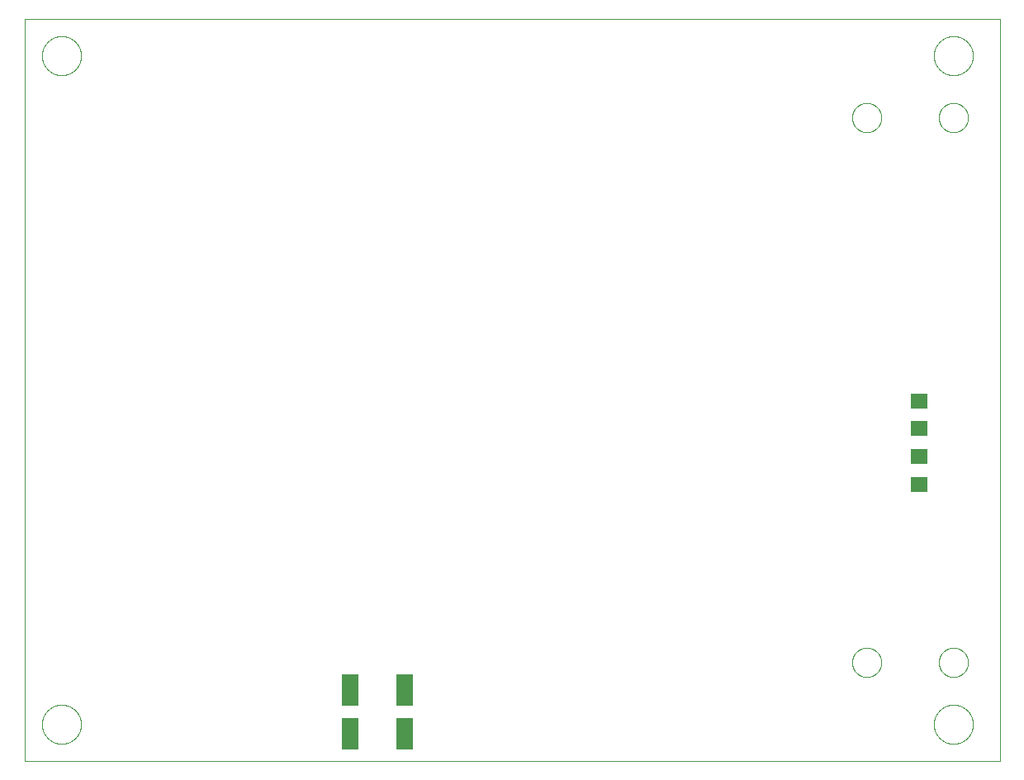
<source format=gbp>
G75*
%MOIN*%
%OFA0B0*%
%FSLAX25Y25*%
%IPPOS*%
%LPD*%
%AMOC8*
5,1,8,0,0,1.08239X$1,22.5*
%
%ADD10C,0.00000*%
%ADD11R,0.07087X0.12598*%
%ADD12R,0.07098X0.06299*%
D10*
X0014325Y0003000D02*
X0014325Y0302961D01*
X0408026Y0302961D01*
X0408026Y0003000D01*
X0014325Y0003000D01*
X0021451Y0018000D02*
X0021453Y0018193D01*
X0021460Y0018386D01*
X0021472Y0018579D01*
X0021489Y0018772D01*
X0021510Y0018964D01*
X0021536Y0019155D01*
X0021567Y0019346D01*
X0021602Y0019536D01*
X0021642Y0019725D01*
X0021687Y0019913D01*
X0021736Y0020100D01*
X0021790Y0020286D01*
X0021848Y0020470D01*
X0021911Y0020653D01*
X0021979Y0020834D01*
X0022050Y0021013D01*
X0022127Y0021191D01*
X0022207Y0021367D01*
X0022292Y0021540D01*
X0022381Y0021712D01*
X0022474Y0021881D01*
X0022571Y0022048D01*
X0022673Y0022213D01*
X0022778Y0022375D01*
X0022887Y0022534D01*
X0023001Y0022691D01*
X0023118Y0022844D01*
X0023238Y0022995D01*
X0023363Y0023143D01*
X0023491Y0023288D01*
X0023622Y0023429D01*
X0023757Y0023568D01*
X0023896Y0023703D01*
X0024037Y0023834D01*
X0024182Y0023962D01*
X0024330Y0024087D01*
X0024481Y0024207D01*
X0024634Y0024324D01*
X0024791Y0024438D01*
X0024950Y0024547D01*
X0025112Y0024652D01*
X0025277Y0024754D01*
X0025444Y0024851D01*
X0025613Y0024944D01*
X0025785Y0025033D01*
X0025958Y0025118D01*
X0026134Y0025198D01*
X0026312Y0025275D01*
X0026491Y0025346D01*
X0026672Y0025414D01*
X0026855Y0025477D01*
X0027039Y0025535D01*
X0027225Y0025589D01*
X0027412Y0025638D01*
X0027600Y0025683D01*
X0027789Y0025723D01*
X0027979Y0025758D01*
X0028170Y0025789D01*
X0028361Y0025815D01*
X0028553Y0025836D01*
X0028746Y0025853D01*
X0028939Y0025865D01*
X0029132Y0025872D01*
X0029325Y0025874D01*
X0029518Y0025872D01*
X0029711Y0025865D01*
X0029904Y0025853D01*
X0030097Y0025836D01*
X0030289Y0025815D01*
X0030480Y0025789D01*
X0030671Y0025758D01*
X0030861Y0025723D01*
X0031050Y0025683D01*
X0031238Y0025638D01*
X0031425Y0025589D01*
X0031611Y0025535D01*
X0031795Y0025477D01*
X0031978Y0025414D01*
X0032159Y0025346D01*
X0032338Y0025275D01*
X0032516Y0025198D01*
X0032692Y0025118D01*
X0032865Y0025033D01*
X0033037Y0024944D01*
X0033206Y0024851D01*
X0033373Y0024754D01*
X0033538Y0024652D01*
X0033700Y0024547D01*
X0033859Y0024438D01*
X0034016Y0024324D01*
X0034169Y0024207D01*
X0034320Y0024087D01*
X0034468Y0023962D01*
X0034613Y0023834D01*
X0034754Y0023703D01*
X0034893Y0023568D01*
X0035028Y0023429D01*
X0035159Y0023288D01*
X0035287Y0023143D01*
X0035412Y0022995D01*
X0035532Y0022844D01*
X0035649Y0022691D01*
X0035763Y0022534D01*
X0035872Y0022375D01*
X0035977Y0022213D01*
X0036079Y0022048D01*
X0036176Y0021881D01*
X0036269Y0021712D01*
X0036358Y0021540D01*
X0036443Y0021367D01*
X0036523Y0021191D01*
X0036600Y0021013D01*
X0036671Y0020834D01*
X0036739Y0020653D01*
X0036802Y0020470D01*
X0036860Y0020286D01*
X0036914Y0020100D01*
X0036963Y0019913D01*
X0037008Y0019725D01*
X0037048Y0019536D01*
X0037083Y0019346D01*
X0037114Y0019155D01*
X0037140Y0018964D01*
X0037161Y0018772D01*
X0037178Y0018579D01*
X0037190Y0018386D01*
X0037197Y0018193D01*
X0037199Y0018000D01*
X0037197Y0017807D01*
X0037190Y0017614D01*
X0037178Y0017421D01*
X0037161Y0017228D01*
X0037140Y0017036D01*
X0037114Y0016845D01*
X0037083Y0016654D01*
X0037048Y0016464D01*
X0037008Y0016275D01*
X0036963Y0016087D01*
X0036914Y0015900D01*
X0036860Y0015714D01*
X0036802Y0015530D01*
X0036739Y0015347D01*
X0036671Y0015166D01*
X0036600Y0014987D01*
X0036523Y0014809D01*
X0036443Y0014633D01*
X0036358Y0014460D01*
X0036269Y0014288D01*
X0036176Y0014119D01*
X0036079Y0013952D01*
X0035977Y0013787D01*
X0035872Y0013625D01*
X0035763Y0013466D01*
X0035649Y0013309D01*
X0035532Y0013156D01*
X0035412Y0013005D01*
X0035287Y0012857D01*
X0035159Y0012712D01*
X0035028Y0012571D01*
X0034893Y0012432D01*
X0034754Y0012297D01*
X0034613Y0012166D01*
X0034468Y0012038D01*
X0034320Y0011913D01*
X0034169Y0011793D01*
X0034016Y0011676D01*
X0033859Y0011562D01*
X0033700Y0011453D01*
X0033538Y0011348D01*
X0033373Y0011246D01*
X0033206Y0011149D01*
X0033037Y0011056D01*
X0032865Y0010967D01*
X0032692Y0010882D01*
X0032516Y0010802D01*
X0032338Y0010725D01*
X0032159Y0010654D01*
X0031978Y0010586D01*
X0031795Y0010523D01*
X0031611Y0010465D01*
X0031425Y0010411D01*
X0031238Y0010362D01*
X0031050Y0010317D01*
X0030861Y0010277D01*
X0030671Y0010242D01*
X0030480Y0010211D01*
X0030289Y0010185D01*
X0030097Y0010164D01*
X0029904Y0010147D01*
X0029711Y0010135D01*
X0029518Y0010128D01*
X0029325Y0010126D01*
X0029132Y0010128D01*
X0028939Y0010135D01*
X0028746Y0010147D01*
X0028553Y0010164D01*
X0028361Y0010185D01*
X0028170Y0010211D01*
X0027979Y0010242D01*
X0027789Y0010277D01*
X0027600Y0010317D01*
X0027412Y0010362D01*
X0027225Y0010411D01*
X0027039Y0010465D01*
X0026855Y0010523D01*
X0026672Y0010586D01*
X0026491Y0010654D01*
X0026312Y0010725D01*
X0026134Y0010802D01*
X0025958Y0010882D01*
X0025785Y0010967D01*
X0025613Y0011056D01*
X0025444Y0011149D01*
X0025277Y0011246D01*
X0025112Y0011348D01*
X0024950Y0011453D01*
X0024791Y0011562D01*
X0024634Y0011676D01*
X0024481Y0011793D01*
X0024330Y0011913D01*
X0024182Y0012038D01*
X0024037Y0012166D01*
X0023896Y0012297D01*
X0023757Y0012432D01*
X0023622Y0012571D01*
X0023491Y0012712D01*
X0023363Y0012857D01*
X0023238Y0013005D01*
X0023118Y0013156D01*
X0023001Y0013309D01*
X0022887Y0013466D01*
X0022778Y0013625D01*
X0022673Y0013787D01*
X0022571Y0013952D01*
X0022474Y0014119D01*
X0022381Y0014288D01*
X0022292Y0014460D01*
X0022207Y0014633D01*
X0022127Y0014809D01*
X0022050Y0014987D01*
X0021979Y0015166D01*
X0021911Y0015347D01*
X0021848Y0015530D01*
X0021790Y0015714D01*
X0021736Y0015900D01*
X0021687Y0016087D01*
X0021642Y0016275D01*
X0021602Y0016464D01*
X0021567Y0016654D01*
X0021536Y0016845D01*
X0021510Y0017036D01*
X0021489Y0017228D01*
X0021472Y0017421D01*
X0021460Y0017614D01*
X0021453Y0017807D01*
X0021451Y0018000D01*
X0348419Y0043000D02*
X0348421Y0043153D01*
X0348427Y0043307D01*
X0348437Y0043460D01*
X0348451Y0043612D01*
X0348469Y0043765D01*
X0348491Y0043916D01*
X0348516Y0044067D01*
X0348546Y0044218D01*
X0348580Y0044368D01*
X0348617Y0044516D01*
X0348658Y0044664D01*
X0348703Y0044810D01*
X0348752Y0044956D01*
X0348805Y0045100D01*
X0348861Y0045242D01*
X0348921Y0045383D01*
X0348985Y0045523D01*
X0349052Y0045661D01*
X0349123Y0045797D01*
X0349198Y0045931D01*
X0349275Y0046063D01*
X0349357Y0046193D01*
X0349441Y0046321D01*
X0349529Y0046447D01*
X0349620Y0046570D01*
X0349714Y0046691D01*
X0349812Y0046809D01*
X0349912Y0046925D01*
X0350016Y0047038D01*
X0350122Y0047149D01*
X0350231Y0047257D01*
X0350343Y0047362D01*
X0350457Y0047463D01*
X0350575Y0047562D01*
X0350694Y0047658D01*
X0350816Y0047751D01*
X0350941Y0047840D01*
X0351068Y0047927D01*
X0351197Y0048009D01*
X0351328Y0048089D01*
X0351461Y0048165D01*
X0351596Y0048238D01*
X0351733Y0048307D01*
X0351872Y0048372D01*
X0352012Y0048434D01*
X0352154Y0048492D01*
X0352297Y0048547D01*
X0352442Y0048598D01*
X0352588Y0048645D01*
X0352735Y0048688D01*
X0352883Y0048727D01*
X0353032Y0048763D01*
X0353182Y0048794D01*
X0353333Y0048822D01*
X0353484Y0048846D01*
X0353637Y0048866D01*
X0353789Y0048882D01*
X0353942Y0048894D01*
X0354095Y0048902D01*
X0354248Y0048906D01*
X0354402Y0048906D01*
X0354555Y0048902D01*
X0354708Y0048894D01*
X0354861Y0048882D01*
X0355013Y0048866D01*
X0355166Y0048846D01*
X0355317Y0048822D01*
X0355468Y0048794D01*
X0355618Y0048763D01*
X0355767Y0048727D01*
X0355915Y0048688D01*
X0356062Y0048645D01*
X0356208Y0048598D01*
X0356353Y0048547D01*
X0356496Y0048492D01*
X0356638Y0048434D01*
X0356778Y0048372D01*
X0356917Y0048307D01*
X0357054Y0048238D01*
X0357189Y0048165D01*
X0357322Y0048089D01*
X0357453Y0048009D01*
X0357582Y0047927D01*
X0357709Y0047840D01*
X0357834Y0047751D01*
X0357956Y0047658D01*
X0358075Y0047562D01*
X0358193Y0047463D01*
X0358307Y0047362D01*
X0358419Y0047257D01*
X0358528Y0047149D01*
X0358634Y0047038D01*
X0358738Y0046925D01*
X0358838Y0046809D01*
X0358936Y0046691D01*
X0359030Y0046570D01*
X0359121Y0046447D01*
X0359209Y0046321D01*
X0359293Y0046193D01*
X0359375Y0046063D01*
X0359452Y0045931D01*
X0359527Y0045797D01*
X0359598Y0045661D01*
X0359665Y0045523D01*
X0359729Y0045383D01*
X0359789Y0045242D01*
X0359845Y0045100D01*
X0359898Y0044956D01*
X0359947Y0044810D01*
X0359992Y0044664D01*
X0360033Y0044516D01*
X0360070Y0044368D01*
X0360104Y0044218D01*
X0360134Y0044067D01*
X0360159Y0043916D01*
X0360181Y0043765D01*
X0360199Y0043612D01*
X0360213Y0043460D01*
X0360223Y0043307D01*
X0360229Y0043153D01*
X0360231Y0043000D01*
X0360229Y0042847D01*
X0360223Y0042693D01*
X0360213Y0042540D01*
X0360199Y0042388D01*
X0360181Y0042235D01*
X0360159Y0042084D01*
X0360134Y0041933D01*
X0360104Y0041782D01*
X0360070Y0041632D01*
X0360033Y0041484D01*
X0359992Y0041336D01*
X0359947Y0041190D01*
X0359898Y0041044D01*
X0359845Y0040900D01*
X0359789Y0040758D01*
X0359729Y0040617D01*
X0359665Y0040477D01*
X0359598Y0040339D01*
X0359527Y0040203D01*
X0359452Y0040069D01*
X0359375Y0039937D01*
X0359293Y0039807D01*
X0359209Y0039679D01*
X0359121Y0039553D01*
X0359030Y0039430D01*
X0358936Y0039309D01*
X0358838Y0039191D01*
X0358738Y0039075D01*
X0358634Y0038962D01*
X0358528Y0038851D01*
X0358419Y0038743D01*
X0358307Y0038638D01*
X0358193Y0038537D01*
X0358075Y0038438D01*
X0357956Y0038342D01*
X0357834Y0038249D01*
X0357709Y0038160D01*
X0357582Y0038073D01*
X0357453Y0037991D01*
X0357322Y0037911D01*
X0357189Y0037835D01*
X0357054Y0037762D01*
X0356917Y0037693D01*
X0356778Y0037628D01*
X0356638Y0037566D01*
X0356496Y0037508D01*
X0356353Y0037453D01*
X0356208Y0037402D01*
X0356062Y0037355D01*
X0355915Y0037312D01*
X0355767Y0037273D01*
X0355618Y0037237D01*
X0355468Y0037206D01*
X0355317Y0037178D01*
X0355166Y0037154D01*
X0355013Y0037134D01*
X0354861Y0037118D01*
X0354708Y0037106D01*
X0354555Y0037098D01*
X0354402Y0037094D01*
X0354248Y0037094D01*
X0354095Y0037098D01*
X0353942Y0037106D01*
X0353789Y0037118D01*
X0353637Y0037134D01*
X0353484Y0037154D01*
X0353333Y0037178D01*
X0353182Y0037206D01*
X0353032Y0037237D01*
X0352883Y0037273D01*
X0352735Y0037312D01*
X0352588Y0037355D01*
X0352442Y0037402D01*
X0352297Y0037453D01*
X0352154Y0037508D01*
X0352012Y0037566D01*
X0351872Y0037628D01*
X0351733Y0037693D01*
X0351596Y0037762D01*
X0351461Y0037835D01*
X0351328Y0037911D01*
X0351197Y0037991D01*
X0351068Y0038073D01*
X0350941Y0038160D01*
X0350816Y0038249D01*
X0350694Y0038342D01*
X0350575Y0038438D01*
X0350457Y0038537D01*
X0350343Y0038638D01*
X0350231Y0038743D01*
X0350122Y0038851D01*
X0350016Y0038962D01*
X0349912Y0039075D01*
X0349812Y0039191D01*
X0349714Y0039309D01*
X0349620Y0039430D01*
X0349529Y0039553D01*
X0349441Y0039679D01*
X0349357Y0039807D01*
X0349275Y0039937D01*
X0349198Y0040069D01*
X0349123Y0040203D01*
X0349052Y0040339D01*
X0348985Y0040477D01*
X0348921Y0040617D01*
X0348861Y0040758D01*
X0348805Y0040900D01*
X0348752Y0041044D01*
X0348703Y0041190D01*
X0348658Y0041336D01*
X0348617Y0041484D01*
X0348580Y0041632D01*
X0348546Y0041782D01*
X0348516Y0041933D01*
X0348491Y0042084D01*
X0348469Y0042235D01*
X0348451Y0042388D01*
X0348437Y0042540D01*
X0348427Y0042693D01*
X0348421Y0042847D01*
X0348419Y0043000D01*
X0383419Y0043000D02*
X0383421Y0043153D01*
X0383427Y0043307D01*
X0383437Y0043460D01*
X0383451Y0043612D01*
X0383469Y0043765D01*
X0383491Y0043916D01*
X0383516Y0044067D01*
X0383546Y0044218D01*
X0383580Y0044368D01*
X0383617Y0044516D01*
X0383658Y0044664D01*
X0383703Y0044810D01*
X0383752Y0044956D01*
X0383805Y0045100D01*
X0383861Y0045242D01*
X0383921Y0045383D01*
X0383985Y0045523D01*
X0384052Y0045661D01*
X0384123Y0045797D01*
X0384198Y0045931D01*
X0384275Y0046063D01*
X0384357Y0046193D01*
X0384441Y0046321D01*
X0384529Y0046447D01*
X0384620Y0046570D01*
X0384714Y0046691D01*
X0384812Y0046809D01*
X0384912Y0046925D01*
X0385016Y0047038D01*
X0385122Y0047149D01*
X0385231Y0047257D01*
X0385343Y0047362D01*
X0385457Y0047463D01*
X0385575Y0047562D01*
X0385694Y0047658D01*
X0385816Y0047751D01*
X0385941Y0047840D01*
X0386068Y0047927D01*
X0386197Y0048009D01*
X0386328Y0048089D01*
X0386461Y0048165D01*
X0386596Y0048238D01*
X0386733Y0048307D01*
X0386872Y0048372D01*
X0387012Y0048434D01*
X0387154Y0048492D01*
X0387297Y0048547D01*
X0387442Y0048598D01*
X0387588Y0048645D01*
X0387735Y0048688D01*
X0387883Y0048727D01*
X0388032Y0048763D01*
X0388182Y0048794D01*
X0388333Y0048822D01*
X0388484Y0048846D01*
X0388637Y0048866D01*
X0388789Y0048882D01*
X0388942Y0048894D01*
X0389095Y0048902D01*
X0389248Y0048906D01*
X0389402Y0048906D01*
X0389555Y0048902D01*
X0389708Y0048894D01*
X0389861Y0048882D01*
X0390013Y0048866D01*
X0390166Y0048846D01*
X0390317Y0048822D01*
X0390468Y0048794D01*
X0390618Y0048763D01*
X0390767Y0048727D01*
X0390915Y0048688D01*
X0391062Y0048645D01*
X0391208Y0048598D01*
X0391353Y0048547D01*
X0391496Y0048492D01*
X0391638Y0048434D01*
X0391778Y0048372D01*
X0391917Y0048307D01*
X0392054Y0048238D01*
X0392189Y0048165D01*
X0392322Y0048089D01*
X0392453Y0048009D01*
X0392582Y0047927D01*
X0392709Y0047840D01*
X0392834Y0047751D01*
X0392956Y0047658D01*
X0393075Y0047562D01*
X0393193Y0047463D01*
X0393307Y0047362D01*
X0393419Y0047257D01*
X0393528Y0047149D01*
X0393634Y0047038D01*
X0393738Y0046925D01*
X0393838Y0046809D01*
X0393936Y0046691D01*
X0394030Y0046570D01*
X0394121Y0046447D01*
X0394209Y0046321D01*
X0394293Y0046193D01*
X0394375Y0046063D01*
X0394452Y0045931D01*
X0394527Y0045797D01*
X0394598Y0045661D01*
X0394665Y0045523D01*
X0394729Y0045383D01*
X0394789Y0045242D01*
X0394845Y0045100D01*
X0394898Y0044956D01*
X0394947Y0044810D01*
X0394992Y0044664D01*
X0395033Y0044516D01*
X0395070Y0044368D01*
X0395104Y0044218D01*
X0395134Y0044067D01*
X0395159Y0043916D01*
X0395181Y0043765D01*
X0395199Y0043612D01*
X0395213Y0043460D01*
X0395223Y0043307D01*
X0395229Y0043153D01*
X0395231Y0043000D01*
X0395229Y0042847D01*
X0395223Y0042693D01*
X0395213Y0042540D01*
X0395199Y0042388D01*
X0395181Y0042235D01*
X0395159Y0042084D01*
X0395134Y0041933D01*
X0395104Y0041782D01*
X0395070Y0041632D01*
X0395033Y0041484D01*
X0394992Y0041336D01*
X0394947Y0041190D01*
X0394898Y0041044D01*
X0394845Y0040900D01*
X0394789Y0040758D01*
X0394729Y0040617D01*
X0394665Y0040477D01*
X0394598Y0040339D01*
X0394527Y0040203D01*
X0394452Y0040069D01*
X0394375Y0039937D01*
X0394293Y0039807D01*
X0394209Y0039679D01*
X0394121Y0039553D01*
X0394030Y0039430D01*
X0393936Y0039309D01*
X0393838Y0039191D01*
X0393738Y0039075D01*
X0393634Y0038962D01*
X0393528Y0038851D01*
X0393419Y0038743D01*
X0393307Y0038638D01*
X0393193Y0038537D01*
X0393075Y0038438D01*
X0392956Y0038342D01*
X0392834Y0038249D01*
X0392709Y0038160D01*
X0392582Y0038073D01*
X0392453Y0037991D01*
X0392322Y0037911D01*
X0392189Y0037835D01*
X0392054Y0037762D01*
X0391917Y0037693D01*
X0391778Y0037628D01*
X0391638Y0037566D01*
X0391496Y0037508D01*
X0391353Y0037453D01*
X0391208Y0037402D01*
X0391062Y0037355D01*
X0390915Y0037312D01*
X0390767Y0037273D01*
X0390618Y0037237D01*
X0390468Y0037206D01*
X0390317Y0037178D01*
X0390166Y0037154D01*
X0390013Y0037134D01*
X0389861Y0037118D01*
X0389708Y0037106D01*
X0389555Y0037098D01*
X0389402Y0037094D01*
X0389248Y0037094D01*
X0389095Y0037098D01*
X0388942Y0037106D01*
X0388789Y0037118D01*
X0388637Y0037134D01*
X0388484Y0037154D01*
X0388333Y0037178D01*
X0388182Y0037206D01*
X0388032Y0037237D01*
X0387883Y0037273D01*
X0387735Y0037312D01*
X0387588Y0037355D01*
X0387442Y0037402D01*
X0387297Y0037453D01*
X0387154Y0037508D01*
X0387012Y0037566D01*
X0386872Y0037628D01*
X0386733Y0037693D01*
X0386596Y0037762D01*
X0386461Y0037835D01*
X0386328Y0037911D01*
X0386197Y0037991D01*
X0386068Y0038073D01*
X0385941Y0038160D01*
X0385816Y0038249D01*
X0385694Y0038342D01*
X0385575Y0038438D01*
X0385457Y0038537D01*
X0385343Y0038638D01*
X0385231Y0038743D01*
X0385122Y0038851D01*
X0385016Y0038962D01*
X0384912Y0039075D01*
X0384812Y0039191D01*
X0384714Y0039309D01*
X0384620Y0039430D01*
X0384529Y0039553D01*
X0384441Y0039679D01*
X0384357Y0039807D01*
X0384275Y0039937D01*
X0384198Y0040069D01*
X0384123Y0040203D01*
X0384052Y0040339D01*
X0383985Y0040477D01*
X0383921Y0040617D01*
X0383861Y0040758D01*
X0383805Y0040900D01*
X0383752Y0041044D01*
X0383703Y0041190D01*
X0383658Y0041336D01*
X0383617Y0041484D01*
X0383580Y0041632D01*
X0383546Y0041782D01*
X0383516Y0041933D01*
X0383491Y0042084D01*
X0383469Y0042235D01*
X0383451Y0042388D01*
X0383437Y0042540D01*
X0383427Y0042693D01*
X0383421Y0042847D01*
X0383419Y0043000D01*
X0381451Y0018000D02*
X0381453Y0018193D01*
X0381460Y0018386D01*
X0381472Y0018579D01*
X0381489Y0018772D01*
X0381510Y0018964D01*
X0381536Y0019155D01*
X0381567Y0019346D01*
X0381602Y0019536D01*
X0381642Y0019725D01*
X0381687Y0019913D01*
X0381736Y0020100D01*
X0381790Y0020286D01*
X0381848Y0020470D01*
X0381911Y0020653D01*
X0381979Y0020834D01*
X0382050Y0021013D01*
X0382127Y0021191D01*
X0382207Y0021367D01*
X0382292Y0021540D01*
X0382381Y0021712D01*
X0382474Y0021881D01*
X0382571Y0022048D01*
X0382673Y0022213D01*
X0382778Y0022375D01*
X0382887Y0022534D01*
X0383001Y0022691D01*
X0383118Y0022844D01*
X0383238Y0022995D01*
X0383363Y0023143D01*
X0383491Y0023288D01*
X0383622Y0023429D01*
X0383757Y0023568D01*
X0383896Y0023703D01*
X0384037Y0023834D01*
X0384182Y0023962D01*
X0384330Y0024087D01*
X0384481Y0024207D01*
X0384634Y0024324D01*
X0384791Y0024438D01*
X0384950Y0024547D01*
X0385112Y0024652D01*
X0385277Y0024754D01*
X0385444Y0024851D01*
X0385613Y0024944D01*
X0385785Y0025033D01*
X0385958Y0025118D01*
X0386134Y0025198D01*
X0386312Y0025275D01*
X0386491Y0025346D01*
X0386672Y0025414D01*
X0386855Y0025477D01*
X0387039Y0025535D01*
X0387225Y0025589D01*
X0387412Y0025638D01*
X0387600Y0025683D01*
X0387789Y0025723D01*
X0387979Y0025758D01*
X0388170Y0025789D01*
X0388361Y0025815D01*
X0388553Y0025836D01*
X0388746Y0025853D01*
X0388939Y0025865D01*
X0389132Y0025872D01*
X0389325Y0025874D01*
X0389518Y0025872D01*
X0389711Y0025865D01*
X0389904Y0025853D01*
X0390097Y0025836D01*
X0390289Y0025815D01*
X0390480Y0025789D01*
X0390671Y0025758D01*
X0390861Y0025723D01*
X0391050Y0025683D01*
X0391238Y0025638D01*
X0391425Y0025589D01*
X0391611Y0025535D01*
X0391795Y0025477D01*
X0391978Y0025414D01*
X0392159Y0025346D01*
X0392338Y0025275D01*
X0392516Y0025198D01*
X0392692Y0025118D01*
X0392865Y0025033D01*
X0393037Y0024944D01*
X0393206Y0024851D01*
X0393373Y0024754D01*
X0393538Y0024652D01*
X0393700Y0024547D01*
X0393859Y0024438D01*
X0394016Y0024324D01*
X0394169Y0024207D01*
X0394320Y0024087D01*
X0394468Y0023962D01*
X0394613Y0023834D01*
X0394754Y0023703D01*
X0394893Y0023568D01*
X0395028Y0023429D01*
X0395159Y0023288D01*
X0395287Y0023143D01*
X0395412Y0022995D01*
X0395532Y0022844D01*
X0395649Y0022691D01*
X0395763Y0022534D01*
X0395872Y0022375D01*
X0395977Y0022213D01*
X0396079Y0022048D01*
X0396176Y0021881D01*
X0396269Y0021712D01*
X0396358Y0021540D01*
X0396443Y0021367D01*
X0396523Y0021191D01*
X0396600Y0021013D01*
X0396671Y0020834D01*
X0396739Y0020653D01*
X0396802Y0020470D01*
X0396860Y0020286D01*
X0396914Y0020100D01*
X0396963Y0019913D01*
X0397008Y0019725D01*
X0397048Y0019536D01*
X0397083Y0019346D01*
X0397114Y0019155D01*
X0397140Y0018964D01*
X0397161Y0018772D01*
X0397178Y0018579D01*
X0397190Y0018386D01*
X0397197Y0018193D01*
X0397199Y0018000D01*
X0397197Y0017807D01*
X0397190Y0017614D01*
X0397178Y0017421D01*
X0397161Y0017228D01*
X0397140Y0017036D01*
X0397114Y0016845D01*
X0397083Y0016654D01*
X0397048Y0016464D01*
X0397008Y0016275D01*
X0396963Y0016087D01*
X0396914Y0015900D01*
X0396860Y0015714D01*
X0396802Y0015530D01*
X0396739Y0015347D01*
X0396671Y0015166D01*
X0396600Y0014987D01*
X0396523Y0014809D01*
X0396443Y0014633D01*
X0396358Y0014460D01*
X0396269Y0014288D01*
X0396176Y0014119D01*
X0396079Y0013952D01*
X0395977Y0013787D01*
X0395872Y0013625D01*
X0395763Y0013466D01*
X0395649Y0013309D01*
X0395532Y0013156D01*
X0395412Y0013005D01*
X0395287Y0012857D01*
X0395159Y0012712D01*
X0395028Y0012571D01*
X0394893Y0012432D01*
X0394754Y0012297D01*
X0394613Y0012166D01*
X0394468Y0012038D01*
X0394320Y0011913D01*
X0394169Y0011793D01*
X0394016Y0011676D01*
X0393859Y0011562D01*
X0393700Y0011453D01*
X0393538Y0011348D01*
X0393373Y0011246D01*
X0393206Y0011149D01*
X0393037Y0011056D01*
X0392865Y0010967D01*
X0392692Y0010882D01*
X0392516Y0010802D01*
X0392338Y0010725D01*
X0392159Y0010654D01*
X0391978Y0010586D01*
X0391795Y0010523D01*
X0391611Y0010465D01*
X0391425Y0010411D01*
X0391238Y0010362D01*
X0391050Y0010317D01*
X0390861Y0010277D01*
X0390671Y0010242D01*
X0390480Y0010211D01*
X0390289Y0010185D01*
X0390097Y0010164D01*
X0389904Y0010147D01*
X0389711Y0010135D01*
X0389518Y0010128D01*
X0389325Y0010126D01*
X0389132Y0010128D01*
X0388939Y0010135D01*
X0388746Y0010147D01*
X0388553Y0010164D01*
X0388361Y0010185D01*
X0388170Y0010211D01*
X0387979Y0010242D01*
X0387789Y0010277D01*
X0387600Y0010317D01*
X0387412Y0010362D01*
X0387225Y0010411D01*
X0387039Y0010465D01*
X0386855Y0010523D01*
X0386672Y0010586D01*
X0386491Y0010654D01*
X0386312Y0010725D01*
X0386134Y0010802D01*
X0385958Y0010882D01*
X0385785Y0010967D01*
X0385613Y0011056D01*
X0385444Y0011149D01*
X0385277Y0011246D01*
X0385112Y0011348D01*
X0384950Y0011453D01*
X0384791Y0011562D01*
X0384634Y0011676D01*
X0384481Y0011793D01*
X0384330Y0011913D01*
X0384182Y0012038D01*
X0384037Y0012166D01*
X0383896Y0012297D01*
X0383757Y0012432D01*
X0383622Y0012571D01*
X0383491Y0012712D01*
X0383363Y0012857D01*
X0383238Y0013005D01*
X0383118Y0013156D01*
X0383001Y0013309D01*
X0382887Y0013466D01*
X0382778Y0013625D01*
X0382673Y0013787D01*
X0382571Y0013952D01*
X0382474Y0014119D01*
X0382381Y0014288D01*
X0382292Y0014460D01*
X0382207Y0014633D01*
X0382127Y0014809D01*
X0382050Y0014987D01*
X0381979Y0015166D01*
X0381911Y0015347D01*
X0381848Y0015530D01*
X0381790Y0015714D01*
X0381736Y0015900D01*
X0381687Y0016087D01*
X0381642Y0016275D01*
X0381602Y0016464D01*
X0381567Y0016654D01*
X0381536Y0016845D01*
X0381510Y0017036D01*
X0381489Y0017228D01*
X0381472Y0017421D01*
X0381460Y0017614D01*
X0381453Y0017807D01*
X0381451Y0018000D01*
X0383419Y0263000D02*
X0383421Y0263153D01*
X0383427Y0263307D01*
X0383437Y0263460D01*
X0383451Y0263612D01*
X0383469Y0263765D01*
X0383491Y0263916D01*
X0383516Y0264067D01*
X0383546Y0264218D01*
X0383580Y0264368D01*
X0383617Y0264516D01*
X0383658Y0264664D01*
X0383703Y0264810D01*
X0383752Y0264956D01*
X0383805Y0265100D01*
X0383861Y0265242D01*
X0383921Y0265383D01*
X0383985Y0265523D01*
X0384052Y0265661D01*
X0384123Y0265797D01*
X0384198Y0265931D01*
X0384275Y0266063D01*
X0384357Y0266193D01*
X0384441Y0266321D01*
X0384529Y0266447D01*
X0384620Y0266570D01*
X0384714Y0266691D01*
X0384812Y0266809D01*
X0384912Y0266925D01*
X0385016Y0267038D01*
X0385122Y0267149D01*
X0385231Y0267257D01*
X0385343Y0267362D01*
X0385457Y0267463D01*
X0385575Y0267562D01*
X0385694Y0267658D01*
X0385816Y0267751D01*
X0385941Y0267840D01*
X0386068Y0267927D01*
X0386197Y0268009D01*
X0386328Y0268089D01*
X0386461Y0268165D01*
X0386596Y0268238D01*
X0386733Y0268307D01*
X0386872Y0268372D01*
X0387012Y0268434D01*
X0387154Y0268492D01*
X0387297Y0268547D01*
X0387442Y0268598D01*
X0387588Y0268645D01*
X0387735Y0268688D01*
X0387883Y0268727D01*
X0388032Y0268763D01*
X0388182Y0268794D01*
X0388333Y0268822D01*
X0388484Y0268846D01*
X0388637Y0268866D01*
X0388789Y0268882D01*
X0388942Y0268894D01*
X0389095Y0268902D01*
X0389248Y0268906D01*
X0389402Y0268906D01*
X0389555Y0268902D01*
X0389708Y0268894D01*
X0389861Y0268882D01*
X0390013Y0268866D01*
X0390166Y0268846D01*
X0390317Y0268822D01*
X0390468Y0268794D01*
X0390618Y0268763D01*
X0390767Y0268727D01*
X0390915Y0268688D01*
X0391062Y0268645D01*
X0391208Y0268598D01*
X0391353Y0268547D01*
X0391496Y0268492D01*
X0391638Y0268434D01*
X0391778Y0268372D01*
X0391917Y0268307D01*
X0392054Y0268238D01*
X0392189Y0268165D01*
X0392322Y0268089D01*
X0392453Y0268009D01*
X0392582Y0267927D01*
X0392709Y0267840D01*
X0392834Y0267751D01*
X0392956Y0267658D01*
X0393075Y0267562D01*
X0393193Y0267463D01*
X0393307Y0267362D01*
X0393419Y0267257D01*
X0393528Y0267149D01*
X0393634Y0267038D01*
X0393738Y0266925D01*
X0393838Y0266809D01*
X0393936Y0266691D01*
X0394030Y0266570D01*
X0394121Y0266447D01*
X0394209Y0266321D01*
X0394293Y0266193D01*
X0394375Y0266063D01*
X0394452Y0265931D01*
X0394527Y0265797D01*
X0394598Y0265661D01*
X0394665Y0265523D01*
X0394729Y0265383D01*
X0394789Y0265242D01*
X0394845Y0265100D01*
X0394898Y0264956D01*
X0394947Y0264810D01*
X0394992Y0264664D01*
X0395033Y0264516D01*
X0395070Y0264368D01*
X0395104Y0264218D01*
X0395134Y0264067D01*
X0395159Y0263916D01*
X0395181Y0263765D01*
X0395199Y0263612D01*
X0395213Y0263460D01*
X0395223Y0263307D01*
X0395229Y0263153D01*
X0395231Y0263000D01*
X0395229Y0262847D01*
X0395223Y0262693D01*
X0395213Y0262540D01*
X0395199Y0262388D01*
X0395181Y0262235D01*
X0395159Y0262084D01*
X0395134Y0261933D01*
X0395104Y0261782D01*
X0395070Y0261632D01*
X0395033Y0261484D01*
X0394992Y0261336D01*
X0394947Y0261190D01*
X0394898Y0261044D01*
X0394845Y0260900D01*
X0394789Y0260758D01*
X0394729Y0260617D01*
X0394665Y0260477D01*
X0394598Y0260339D01*
X0394527Y0260203D01*
X0394452Y0260069D01*
X0394375Y0259937D01*
X0394293Y0259807D01*
X0394209Y0259679D01*
X0394121Y0259553D01*
X0394030Y0259430D01*
X0393936Y0259309D01*
X0393838Y0259191D01*
X0393738Y0259075D01*
X0393634Y0258962D01*
X0393528Y0258851D01*
X0393419Y0258743D01*
X0393307Y0258638D01*
X0393193Y0258537D01*
X0393075Y0258438D01*
X0392956Y0258342D01*
X0392834Y0258249D01*
X0392709Y0258160D01*
X0392582Y0258073D01*
X0392453Y0257991D01*
X0392322Y0257911D01*
X0392189Y0257835D01*
X0392054Y0257762D01*
X0391917Y0257693D01*
X0391778Y0257628D01*
X0391638Y0257566D01*
X0391496Y0257508D01*
X0391353Y0257453D01*
X0391208Y0257402D01*
X0391062Y0257355D01*
X0390915Y0257312D01*
X0390767Y0257273D01*
X0390618Y0257237D01*
X0390468Y0257206D01*
X0390317Y0257178D01*
X0390166Y0257154D01*
X0390013Y0257134D01*
X0389861Y0257118D01*
X0389708Y0257106D01*
X0389555Y0257098D01*
X0389402Y0257094D01*
X0389248Y0257094D01*
X0389095Y0257098D01*
X0388942Y0257106D01*
X0388789Y0257118D01*
X0388637Y0257134D01*
X0388484Y0257154D01*
X0388333Y0257178D01*
X0388182Y0257206D01*
X0388032Y0257237D01*
X0387883Y0257273D01*
X0387735Y0257312D01*
X0387588Y0257355D01*
X0387442Y0257402D01*
X0387297Y0257453D01*
X0387154Y0257508D01*
X0387012Y0257566D01*
X0386872Y0257628D01*
X0386733Y0257693D01*
X0386596Y0257762D01*
X0386461Y0257835D01*
X0386328Y0257911D01*
X0386197Y0257991D01*
X0386068Y0258073D01*
X0385941Y0258160D01*
X0385816Y0258249D01*
X0385694Y0258342D01*
X0385575Y0258438D01*
X0385457Y0258537D01*
X0385343Y0258638D01*
X0385231Y0258743D01*
X0385122Y0258851D01*
X0385016Y0258962D01*
X0384912Y0259075D01*
X0384812Y0259191D01*
X0384714Y0259309D01*
X0384620Y0259430D01*
X0384529Y0259553D01*
X0384441Y0259679D01*
X0384357Y0259807D01*
X0384275Y0259937D01*
X0384198Y0260069D01*
X0384123Y0260203D01*
X0384052Y0260339D01*
X0383985Y0260477D01*
X0383921Y0260617D01*
X0383861Y0260758D01*
X0383805Y0260900D01*
X0383752Y0261044D01*
X0383703Y0261190D01*
X0383658Y0261336D01*
X0383617Y0261484D01*
X0383580Y0261632D01*
X0383546Y0261782D01*
X0383516Y0261933D01*
X0383491Y0262084D01*
X0383469Y0262235D01*
X0383451Y0262388D01*
X0383437Y0262540D01*
X0383427Y0262693D01*
X0383421Y0262847D01*
X0383419Y0263000D01*
X0348419Y0263000D02*
X0348421Y0263153D01*
X0348427Y0263307D01*
X0348437Y0263460D01*
X0348451Y0263612D01*
X0348469Y0263765D01*
X0348491Y0263916D01*
X0348516Y0264067D01*
X0348546Y0264218D01*
X0348580Y0264368D01*
X0348617Y0264516D01*
X0348658Y0264664D01*
X0348703Y0264810D01*
X0348752Y0264956D01*
X0348805Y0265100D01*
X0348861Y0265242D01*
X0348921Y0265383D01*
X0348985Y0265523D01*
X0349052Y0265661D01*
X0349123Y0265797D01*
X0349198Y0265931D01*
X0349275Y0266063D01*
X0349357Y0266193D01*
X0349441Y0266321D01*
X0349529Y0266447D01*
X0349620Y0266570D01*
X0349714Y0266691D01*
X0349812Y0266809D01*
X0349912Y0266925D01*
X0350016Y0267038D01*
X0350122Y0267149D01*
X0350231Y0267257D01*
X0350343Y0267362D01*
X0350457Y0267463D01*
X0350575Y0267562D01*
X0350694Y0267658D01*
X0350816Y0267751D01*
X0350941Y0267840D01*
X0351068Y0267927D01*
X0351197Y0268009D01*
X0351328Y0268089D01*
X0351461Y0268165D01*
X0351596Y0268238D01*
X0351733Y0268307D01*
X0351872Y0268372D01*
X0352012Y0268434D01*
X0352154Y0268492D01*
X0352297Y0268547D01*
X0352442Y0268598D01*
X0352588Y0268645D01*
X0352735Y0268688D01*
X0352883Y0268727D01*
X0353032Y0268763D01*
X0353182Y0268794D01*
X0353333Y0268822D01*
X0353484Y0268846D01*
X0353637Y0268866D01*
X0353789Y0268882D01*
X0353942Y0268894D01*
X0354095Y0268902D01*
X0354248Y0268906D01*
X0354402Y0268906D01*
X0354555Y0268902D01*
X0354708Y0268894D01*
X0354861Y0268882D01*
X0355013Y0268866D01*
X0355166Y0268846D01*
X0355317Y0268822D01*
X0355468Y0268794D01*
X0355618Y0268763D01*
X0355767Y0268727D01*
X0355915Y0268688D01*
X0356062Y0268645D01*
X0356208Y0268598D01*
X0356353Y0268547D01*
X0356496Y0268492D01*
X0356638Y0268434D01*
X0356778Y0268372D01*
X0356917Y0268307D01*
X0357054Y0268238D01*
X0357189Y0268165D01*
X0357322Y0268089D01*
X0357453Y0268009D01*
X0357582Y0267927D01*
X0357709Y0267840D01*
X0357834Y0267751D01*
X0357956Y0267658D01*
X0358075Y0267562D01*
X0358193Y0267463D01*
X0358307Y0267362D01*
X0358419Y0267257D01*
X0358528Y0267149D01*
X0358634Y0267038D01*
X0358738Y0266925D01*
X0358838Y0266809D01*
X0358936Y0266691D01*
X0359030Y0266570D01*
X0359121Y0266447D01*
X0359209Y0266321D01*
X0359293Y0266193D01*
X0359375Y0266063D01*
X0359452Y0265931D01*
X0359527Y0265797D01*
X0359598Y0265661D01*
X0359665Y0265523D01*
X0359729Y0265383D01*
X0359789Y0265242D01*
X0359845Y0265100D01*
X0359898Y0264956D01*
X0359947Y0264810D01*
X0359992Y0264664D01*
X0360033Y0264516D01*
X0360070Y0264368D01*
X0360104Y0264218D01*
X0360134Y0264067D01*
X0360159Y0263916D01*
X0360181Y0263765D01*
X0360199Y0263612D01*
X0360213Y0263460D01*
X0360223Y0263307D01*
X0360229Y0263153D01*
X0360231Y0263000D01*
X0360229Y0262847D01*
X0360223Y0262693D01*
X0360213Y0262540D01*
X0360199Y0262388D01*
X0360181Y0262235D01*
X0360159Y0262084D01*
X0360134Y0261933D01*
X0360104Y0261782D01*
X0360070Y0261632D01*
X0360033Y0261484D01*
X0359992Y0261336D01*
X0359947Y0261190D01*
X0359898Y0261044D01*
X0359845Y0260900D01*
X0359789Y0260758D01*
X0359729Y0260617D01*
X0359665Y0260477D01*
X0359598Y0260339D01*
X0359527Y0260203D01*
X0359452Y0260069D01*
X0359375Y0259937D01*
X0359293Y0259807D01*
X0359209Y0259679D01*
X0359121Y0259553D01*
X0359030Y0259430D01*
X0358936Y0259309D01*
X0358838Y0259191D01*
X0358738Y0259075D01*
X0358634Y0258962D01*
X0358528Y0258851D01*
X0358419Y0258743D01*
X0358307Y0258638D01*
X0358193Y0258537D01*
X0358075Y0258438D01*
X0357956Y0258342D01*
X0357834Y0258249D01*
X0357709Y0258160D01*
X0357582Y0258073D01*
X0357453Y0257991D01*
X0357322Y0257911D01*
X0357189Y0257835D01*
X0357054Y0257762D01*
X0356917Y0257693D01*
X0356778Y0257628D01*
X0356638Y0257566D01*
X0356496Y0257508D01*
X0356353Y0257453D01*
X0356208Y0257402D01*
X0356062Y0257355D01*
X0355915Y0257312D01*
X0355767Y0257273D01*
X0355618Y0257237D01*
X0355468Y0257206D01*
X0355317Y0257178D01*
X0355166Y0257154D01*
X0355013Y0257134D01*
X0354861Y0257118D01*
X0354708Y0257106D01*
X0354555Y0257098D01*
X0354402Y0257094D01*
X0354248Y0257094D01*
X0354095Y0257098D01*
X0353942Y0257106D01*
X0353789Y0257118D01*
X0353637Y0257134D01*
X0353484Y0257154D01*
X0353333Y0257178D01*
X0353182Y0257206D01*
X0353032Y0257237D01*
X0352883Y0257273D01*
X0352735Y0257312D01*
X0352588Y0257355D01*
X0352442Y0257402D01*
X0352297Y0257453D01*
X0352154Y0257508D01*
X0352012Y0257566D01*
X0351872Y0257628D01*
X0351733Y0257693D01*
X0351596Y0257762D01*
X0351461Y0257835D01*
X0351328Y0257911D01*
X0351197Y0257991D01*
X0351068Y0258073D01*
X0350941Y0258160D01*
X0350816Y0258249D01*
X0350694Y0258342D01*
X0350575Y0258438D01*
X0350457Y0258537D01*
X0350343Y0258638D01*
X0350231Y0258743D01*
X0350122Y0258851D01*
X0350016Y0258962D01*
X0349912Y0259075D01*
X0349812Y0259191D01*
X0349714Y0259309D01*
X0349620Y0259430D01*
X0349529Y0259553D01*
X0349441Y0259679D01*
X0349357Y0259807D01*
X0349275Y0259937D01*
X0349198Y0260069D01*
X0349123Y0260203D01*
X0349052Y0260339D01*
X0348985Y0260477D01*
X0348921Y0260617D01*
X0348861Y0260758D01*
X0348805Y0260900D01*
X0348752Y0261044D01*
X0348703Y0261190D01*
X0348658Y0261336D01*
X0348617Y0261484D01*
X0348580Y0261632D01*
X0348546Y0261782D01*
X0348516Y0261933D01*
X0348491Y0262084D01*
X0348469Y0262235D01*
X0348451Y0262388D01*
X0348437Y0262540D01*
X0348427Y0262693D01*
X0348421Y0262847D01*
X0348419Y0263000D01*
X0381451Y0288000D02*
X0381453Y0288193D01*
X0381460Y0288386D01*
X0381472Y0288579D01*
X0381489Y0288772D01*
X0381510Y0288964D01*
X0381536Y0289155D01*
X0381567Y0289346D01*
X0381602Y0289536D01*
X0381642Y0289725D01*
X0381687Y0289913D01*
X0381736Y0290100D01*
X0381790Y0290286D01*
X0381848Y0290470D01*
X0381911Y0290653D01*
X0381979Y0290834D01*
X0382050Y0291013D01*
X0382127Y0291191D01*
X0382207Y0291367D01*
X0382292Y0291540D01*
X0382381Y0291712D01*
X0382474Y0291881D01*
X0382571Y0292048D01*
X0382673Y0292213D01*
X0382778Y0292375D01*
X0382887Y0292534D01*
X0383001Y0292691D01*
X0383118Y0292844D01*
X0383238Y0292995D01*
X0383363Y0293143D01*
X0383491Y0293288D01*
X0383622Y0293429D01*
X0383757Y0293568D01*
X0383896Y0293703D01*
X0384037Y0293834D01*
X0384182Y0293962D01*
X0384330Y0294087D01*
X0384481Y0294207D01*
X0384634Y0294324D01*
X0384791Y0294438D01*
X0384950Y0294547D01*
X0385112Y0294652D01*
X0385277Y0294754D01*
X0385444Y0294851D01*
X0385613Y0294944D01*
X0385785Y0295033D01*
X0385958Y0295118D01*
X0386134Y0295198D01*
X0386312Y0295275D01*
X0386491Y0295346D01*
X0386672Y0295414D01*
X0386855Y0295477D01*
X0387039Y0295535D01*
X0387225Y0295589D01*
X0387412Y0295638D01*
X0387600Y0295683D01*
X0387789Y0295723D01*
X0387979Y0295758D01*
X0388170Y0295789D01*
X0388361Y0295815D01*
X0388553Y0295836D01*
X0388746Y0295853D01*
X0388939Y0295865D01*
X0389132Y0295872D01*
X0389325Y0295874D01*
X0389518Y0295872D01*
X0389711Y0295865D01*
X0389904Y0295853D01*
X0390097Y0295836D01*
X0390289Y0295815D01*
X0390480Y0295789D01*
X0390671Y0295758D01*
X0390861Y0295723D01*
X0391050Y0295683D01*
X0391238Y0295638D01*
X0391425Y0295589D01*
X0391611Y0295535D01*
X0391795Y0295477D01*
X0391978Y0295414D01*
X0392159Y0295346D01*
X0392338Y0295275D01*
X0392516Y0295198D01*
X0392692Y0295118D01*
X0392865Y0295033D01*
X0393037Y0294944D01*
X0393206Y0294851D01*
X0393373Y0294754D01*
X0393538Y0294652D01*
X0393700Y0294547D01*
X0393859Y0294438D01*
X0394016Y0294324D01*
X0394169Y0294207D01*
X0394320Y0294087D01*
X0394468Y0293962D01*
X0394613Y0293834D01*
X0394754Y0293703D01*
X0394893Y0293568D01*
X0395028Y0293429D01*
X0395159Y0293288D01*
X0395287Y0293143D01*
X0395412Y0292995D01*
X0395532Y0292844D01*
X0395649Y0292691D01*
X0395763Y0292534D01*
X0395872Y0292375D01*
X0395977Y0292213D01*
X0396079Y0292048D01*
X0396176Y0291881D01*
X0396269Y0291712D01*
X0396358Y0291540D01*
X0396443Y0291367D01*
X0396523Y0291191D01*
X0396600Y0291013D01*
X0396671Y0290834D01*
X0396739Y0290653D01*
X0396802Y0290470D01*
X0396860Y0290286D01*
X0396914Y0290100D01*
X0396963Y0289913D01*
X0397008Y0289725D01*
X0397048Y0289536D01*
X0397083Y0289346D01*
X0397114Y0289155D01*
X0397140Y0288964D01*
X0397161Y0288772D01*
X0397178Y0288579D01*
X0397190Y0288386D01*
X0397197Y0288193D01*
X0397199Y0288000D01*
X0397197Y0287807D01*
X0397190Y0287614D01*
X0397178Y0287421D01*
X0397161Y0287228D01*
X0397140Y0287036D01*
X0397114Y0286845D01*
X0397083Y0286654D01*
X0397048Y0286464D01*
X0397008Y0286275D01*
X0396963Y0286087D01*
X0396914Y0285900D01*
X0396860Y0285714D01*
X0396802Y0285530D01*
X0396739Y0285347D01*
X0396671Y0285166D01*
X0396600Y0284987D01*
X0396523Y0284809D01*
X0396443Y0284633D01*
X0396358Y0284460D01*
X0396269Y0284288D01*
X0396176Y0284119D01*
X0396079Y0283952D01*
X0395977Y0283787D01*
X0395872Y0283625D01*
X0395763Y0283466D01*
X0395649Y0283309D01*
X0395532Y0283156D01*
X0395412Y0283005D01*
X0395287Y0282857D01*
X0395159Y0282712D01*
X0395028Y0282571D01*
X0394893Y0282432D01*
X0394754Y0282297D01*
X0394613Y0282166D01*
X0394468Y0282038D01*
X0394320Y0281913D01*
X0394169Y0281793D01*
X0394016Y0281676D01*
X0393859Y0281562D01*
X0393700Y0281453D01*
X0393538Y0281348D01*
X0393373Y0281246D01*
X0393206Y0281149D01*
X0393037Y0281056D01*
X0392865Y0280967D01*
X0392692Y0280882D01*
X0392516Y0280802D01*
X0392338Y0280725D01*
X0392159Y0280654D01*
X0391978Y0280586D01*
X0391795Y0280523D01*
X0391611Y0280465D01*
X0391425Y0280411D01*
X0391238Y0280362D01*
X0391050Y0280317D01*
X0390861Y0280277D01*
X0390671Y0280242D01*
X0390480Y0280211D01*
X0390289Y0280185D01*
X0390097Y0280164D01*
X0389904Y0280147D01*
X0389711Y0280135D01*
X0389518Y0280128D01*
X0389325Y0280126D01*
X0389132Y0280128D01*
X0388939Y0280135D01*
X0388746Y0280147D01*
X0388553Y0280164D01*
X0388361Y0280185D01*
X0388170Y0280211D01*
X0387979Y0280242D01*
X0387789Y0280277D01*
X0387600Y0280317D01*
X0387412Y0280362D01*
X0387225Y0280411D01*
X0387039Y0280465D01*
X0386855Y0280523D01*
X0386672Y0280586D01*
X0386491Y0280654D01*
X0386312Y0280725D01*
X0386134Y0280802D01*
X0385958Y0280882D01*
X0385785Y0280967D01*
X0385613Y0281056D01*
X0385444Y0281149D01*
X0385277Y0281246D01*
X0385112Y0281348D01*
X0384950Y0281453D01*
X0384791Y0281562D01*
X0384634Y0281676D01*
X0384481Y0281793D01*
X0384330Y0281913D01*
X0384182Y0282038D01*
X0384037Y0282166D01*
X0383896Y0282297D01*
X0383757Y0282432D01*
X0383622Y0282571D01*
X0383491Y0282712D01*
X0383363Y0282857D01*
X0383238Y0283005D01*
X0383118Y0283156D01*
X0383001Y0283309D01*
X0382887Y0283466D01*
X0382778Y0283625D01*
X0382673Y0283787D01*
X0382571Y0283952D01*
X0382474Y0284119D01*
X0382381Y0284288D01*
X0382292Y0284460D01*
X0382207Y0284633D01*
X0382127Y0284809D01*
X0382050Y0284987D01*
X0381979Y0285166D01*
X0381911Y0285347D01*
X0381848Y0285530D01*
X0381790Y0285714D01*
X0381736Y0285900D01*
X0381687Y0286087D01*
X0381642Y0286275D01*
X0381602Y0286464D01*
X0381567Y0286654D01*
X0381536Y0286845D01*
X0381510Y0287036D01*
X0381489Y0287228D01*
X0381472Y0287421D01*
X0381460Y0287614D01*
X0381453Y0287807D01*
X0381451Y0288000D01*
X0021451Y0288000D02*
X0021453Y0288193D01*
X0021460Y0288386D01*
X0021472Y0288579D01*
X0021489Y0288772D01*
X0021510Y0288964D01*
X0021536Y0289155D01*
X0021567Y0289346D01*
X0021602Y0289536D01*
X0021642Y0289725D01*
X0021687Y0289913D01*
X0021736Y0290100D01*
X0021790Y0290286D01*
X0021848Y0290470D01*
X0021911Y0290653D01*
X0021979Y0290834D01*
X0022050Y0291013D01*
X0022127Y0291191D01*
X0022207Y0291367D01*
X0022292Y0291540D01*
X0022381Y0291712D01*
X0022474Y0291881D01*
X0022571Y0292048D01*
X0022673Y0292213D01*
X0022778Y0292375D01*
X0022887Y0292534D01*
X0023001Y0292691D01*
X0023118Y0292844D01*
X0023238Y0292995D01*
X0023363Y0293143D01*
X0023491Y0293288D01*
X0023622Y0293429D01*
X0023757Y0293568D01*
X0023896Y0293703D01*
X0024037Y0293834D01*
X0024182Y0293962D01*
X0024330Y0294087D01*
X0024481Y0294207D01*
X0024634Y0294324D01*
X0024791Y0294438D01*
X0024950Y0294547D01*
X0025112Y0294652D01*
X0025277Y0294754D01*
X0025444Y0294851D01*
X0025613Y0294944D01*
X0025785Y0295033D01*
X0025958Y0295118D01*
X0026134Y0295198D01*
X0026312Y0295275D01*
X0026491Y0295346D01*
X0026672Y0295414D01*
X0026855Y0295477D01*
X0027039Y0295535D01*
X0027225Y0295589D01*
X0027412Y0295638D01*
X0027600Y0295683D01*
X0027789Y0295723D01*
X0027979Y0295758D01*
X0028170Y0295789D01*
X0028361Y0295815D01*
X0028553Y0295836D01*
X0028746Y0295853D01*
X0028939Y0295865D01*
X0029132Y0295872D01*
X0029325Y0295874D01*
X0029518Y0295872D01*
X0029711Y0295865D01*
X0029904Y0295853D01*
X0030097Y0295836D01*
X0030289Y0295815D01*
X0030480Y0295789D01*
X0030671Y0295758D01*
X0030861Y0295723D01*
X0031050Y0295683D01*
X0031238Y0295638D01*
X0031425Y0295589D01*
X0031611Y0295535D01*
X0031795Y0295477D01*
X0031978Y0295414D01*
X0032159Y0295346D01*
X0032338Y0295275D01*
X0032516Y0295198D01*
X0032692Y0295118D01*
X0032865Y0295033D01*
X0033037Y0294944D01*
X0033206Y0294851D01*
X0033373Y0294754D01*
X0033538Y0294652D01*
X0033700Y0294547D01*
X0033859Y0294438D01*
X0034016Y0294324D01*
X0034169Y0294207D01*
X0034320Y0294087D01*
X0034468Y0293962D01*
X0034613Y0293834D01*
X0034754Y0293703D01*
X0034893Y0293568D01*
X0035028Y0293429D01*
X0035159Y0293288D01*
X0035287Y0293143D01*
X0035412Y0292995D01*
X0035532Y0292844D01*
X0035649Y0292691D01*
X0035763Y0292534D01*
X0035872Y0292375D01*
X0035977Y0292213D01*
X0036079Y0292048D01*
X0036176Y0291881D01*
X0036269Y0291712D01*
X0036358Y0291540D01*
X0036443Y0291367D01*
X0036523Y0291191D01*
X0036600Y0291013D01*
X0036671Y0290834D01*
X0036739Y0290653D01*
X0036802Y0290470D01*
X0036860Y0290286D01*
X0036914Y0290100D01*
X0036963Y0289913D01*
X0037008Y0289725D01*
X0037048Y0289536D01*
X0037083Y0289346D01*
X0037114Y0289155D01*
X0037140Y0288964D01*
X0037161Y0288772D01*
X0037178Y0288579D01*
X0037190Y0288386D01*
X0037197Y0288193D01*
X0037199Y0288000D01*
X0037197Y0287807D01*
X0037190Y0287614D01*
X0037178Y0287421D01*
X0037161Y0287228D01*
X0037140Y0287036D01*
X0037114Y0286845D01*
X0037083Y0286654D01*
X0037048Y0286464D01*
X0037008Y0286275D01*
X0036963Y0286087D01*
X0036914Y0285900D01*
X0036860Y0285714D01*
X0036802Y0285530D01*
X0036739Y0285347D01*
X0036671Y0285166D01*
X0036600Y0284987D01*
X0036523Y0284809D01*
X0036443Y0284633D01*
X0036358Y0284460D01*
X0036269Y0284288D01*
X0036176Y0284119D01*
X0036079Y0283952D01*
X0035977Y0283787D01*
X0035872Y0283625D01*
X0035763Y0283466D01*
X0035649Y0283309D01*
X0035532Y0283156D01*
X0035412Y0283005D01*
X0035287Y0282857D01*
X0035159Y0282712D01*
X0035028Y0282571D01*
X0034893Y0282432D01*
X0034754Y0282297D01*
X0034613Y0282166D01*
X0034468Y0282038D01*
X0034320Y0281913D01*
X0034169Y0281793D01*
X0034016Y0281676D01*
X0033859Y0281562D01*
X0033700Y0281453D01*
X0033538Y0281348D01*
X0033373Y0281246D01*
X0033206Y0281149D01*
X0033037Y0281056D01*
X0032865Y0280967D01*
X0032692Y0280882D01*
X0032516Y0280802D01*
X0032338Y0280725D01*
X0032159Y0280654D01*
X0031978Y0280586D01*
X0031795Y0280523D01*
X0031611Y0280465D01*
X0031425Y0280411D01*
X0031238Y0280362D01*
X0031050Y0280317D01*
X0030861Y0280277D01*
X0030671Y0280242D01*
X0030480Y0280211D01*
X0030289Y0280185D01*
X0030097Y0280164D01*
X0029904Y0280147D01*
X0029711Y0280135D01*
X0029518Y0280128D01*
X0029325Y0280126D01*
X0029132Y0280128D01*
X0028939Y0280135D01*
X0028746Y0280147D01*
X0028553Y0280164D01*
X0028361Y0280185D01*
X0028170Y0280211D01*
X0027979Y0280242D01*
X0027789Y0280277D01*
X0027600Y0280317D01*
X0027412Y0280362D01*
X0027225Y0280411D01*
X0027039Y0280465D01*
X0026855Y0280523D01*
X0026672Y0280586D01*
X0026491Y0280654D01*
X0026312Y0280725D01*
X0026134Y0280802D01*
X0025958Y0280882D01*
X0025785Y0280967D01*
X0025613Y0281056D01*
X0025444Y0281149D01*
X0025277Y0281246D01*
X0025112Y0281348D01*
X0024950Y0281453D01*
X0024791Y0281562D01*
X0024634Y0281676D01*
X0024481Y0281793D01*
X0024330Y0281913D01*
X0024182Y0282038D01*
X0024037Y0282166D01*
X0023896Y0282297D01*
X0023757Y0282432D01*
X0023622Y0282571D01*
X0023491Y0282712D01*
X0023363Y0282857D01*
X0023238Y0283005D01*
X0023118Y0283156D01*
X0023001Y0283309D01*
X0022887Y0283466D01*
X0022778Y0283625D01*
X0022673Y0283787D01*
X0022571Y0283952D01*
X0022474Y0284119D01*
X0022381Y0284288D01*
X0022292Y0284460D01*
X0022207Y0284633D01*
X0022127Y0284809D01*
X0022050Y0284987D01*
X0021979Y0285166D01*
X0021911Y0285347D01*
X0021848Y0285530D01*
X0021790Y0285714D01*
X0021736Y0285900D01*
X0021687Y0286087D01*
X0021642Y0286275D01*
X0021602Y0286464D01*
X0021567Y0286654D01*
X0021536Y0286845D01*
X0021510Y0287036D01*
X0021489Y0287228D01*
X0021472Y0287421D01*
X0021460Y0287614D01*
X0021453Y0287807D01*
X0021451Y0288000D01*
D11*
X0145802Y0031750D03*
X0167849Y0031750D03*
X0167849Y0014250D03*
X0145802Y0014250D03*
D12*
X0375575Y0114902D03*
X0375575Y0126098D03*
X0375575Y0137402D03*
X0375575Y0148598D03*
M02*

</source>
